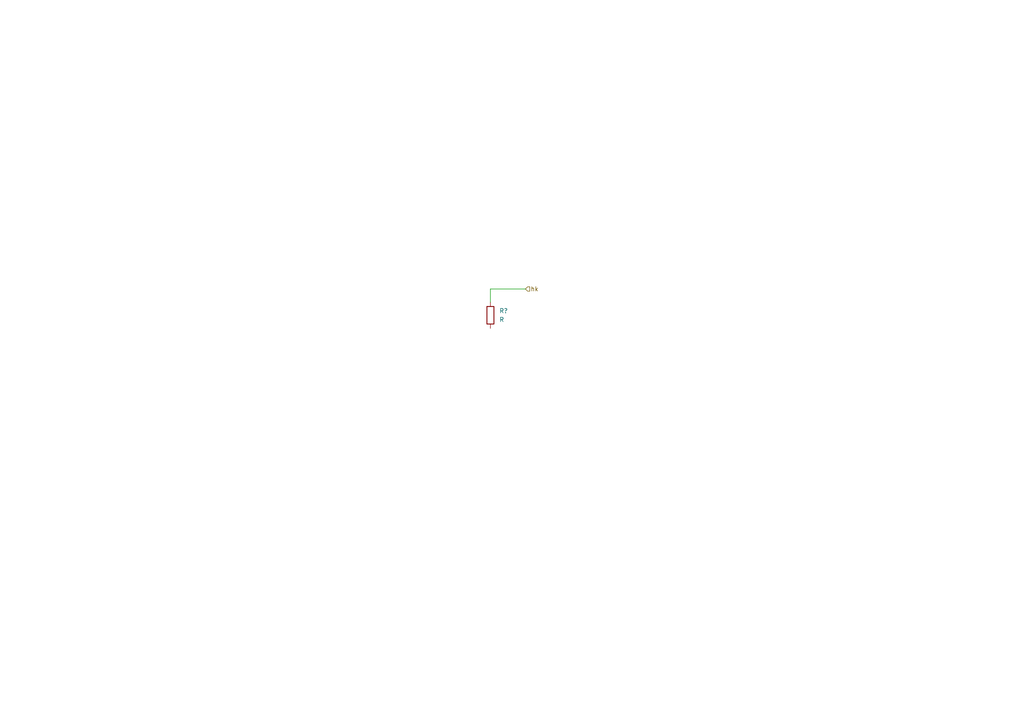
<source format=kicad_sch>
(kicad_sch (version 20211123) (generator eeschema)
  (paper "A4")
  (lib_symbols
    (symbol "Device:R" (pin_numbers hide) (pin_names (offset 0))
      (property "Reference" "R" (at 2.032 0 90))
      (property "Value" "R" (at 0 0 90))
      (symbol "R_0_1"
        (rectangle (start -1.016 -2.54) (end 1.016 2.54) (stroke (width 0.254)))
      )
      (symbol "R_1_1"
        (pin passive line (at 0 3.81 270) (length 1.27) (name "~") (number "1"))
        (pin passive line (at 0 -3.81 90) (length 1.27) (name "~") (number "2"))
      )
    )
  )
  (wire (pts (xy 142.24 83.82) (xy 142.24 87.63)))
  (wire (pts (xy 152.4 83.82) (xy 142.24 83.82)))
  (hierarchical_label "hk" (shape input) (at 152.4 83.82 0))
  (symbol (lib_id "Device:R") (at 142.24 91.44 0) (unit 1)
    (property "Reference" "R?" (at 144.78 90.1699 0) (effects (justify left)))
    (property "Value" "R" (at 144.78 92.7099 0) (effects (justify left)))
  )
)
</source>
